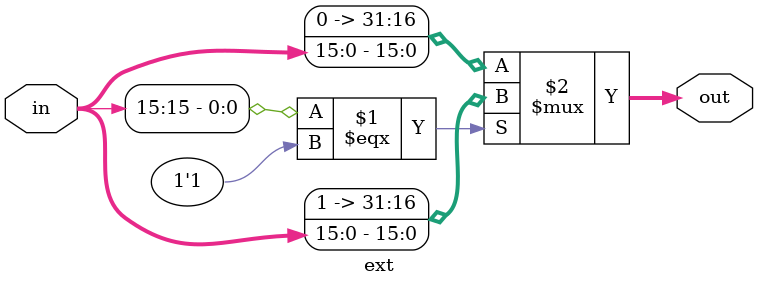
<source format=v>
`timescale 1ns / 1ps
module ext(
    input [15:0] in,
    output [31:0] out
    );
	assign out = (in[15]===1)?{16'b1111111111111111,in}:{16'b0,in};

endmodule

</source>
